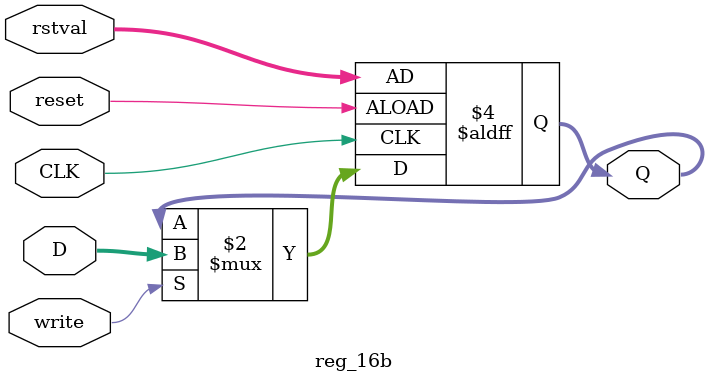
<source format=v>
`timescale 1ns / 1ps
module reg_16b(
   input [15:0] D,
	input [15:0] rstval,
	input write,
   input reset,
   input CLK,
   output reg [15:0] Q
   );

	always @(posedge CLK or posedge reset) begin	//Only change on positive clock edge
		if (reset) Q <= rstval;
		else if (write) Q <= D;
	end

endmodule

</source>
